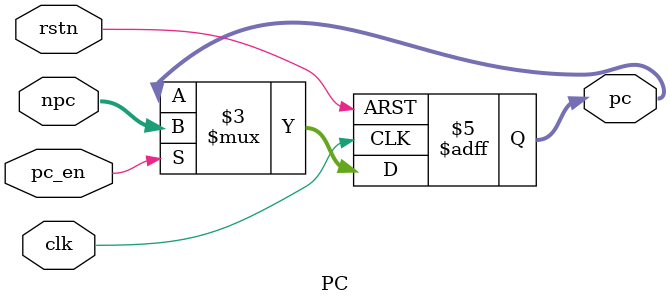
<source format=sv>

module PC #(
  WordSize = 32
)(
  input clk,
  input rstn,
  input pc_en,
  input [WordSize - 1:0] npc,
  output logic [WordSize - 1:0] pc
);
  
  always @ (posedge clk or negedge rstn) begin
    if (rstn == 0)
      pc <= 0;
    else begin
      if (pc_en)
        pc <= npc;
    end
  end
endmodule

</source>
